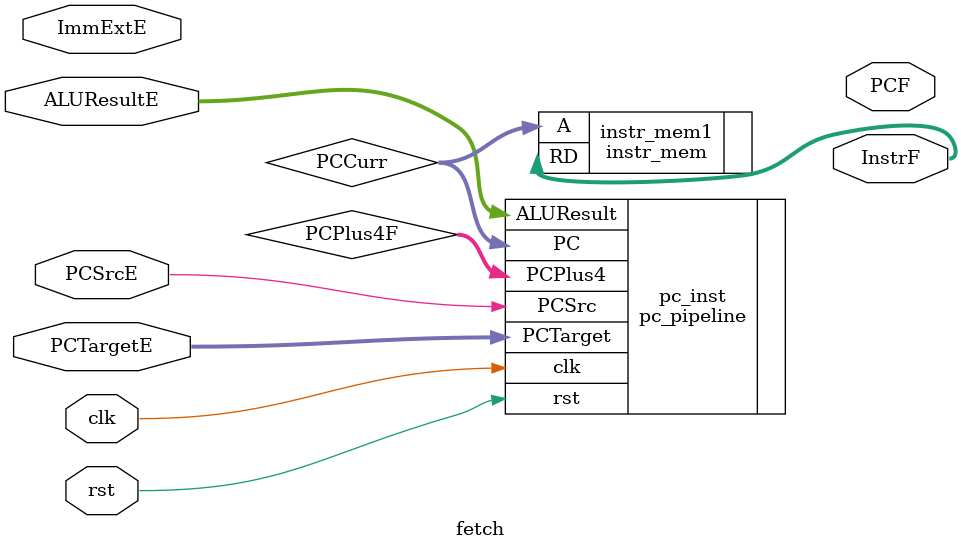
<source format=sv>
module fetch(

    input logic        clk,
    input logic        rst,
    input logic        PCSrcE,
    input logic [31:0] PCTargetE,
    input logic [31:0] ImmExtE,
    input logic [31:0] ALUResultE,


    output logic [31:0] InstrF,
    output logic [31:0] PCF

);


logic [31:0] PCCurr;
logic [31:0] PCPlus4F;
logic [31:0] PCFNext;

pc_pipeline pc_inst(

    .clk(clk),
    .rst(rst),
    .PCSrc(PCSrcE),
    .ALUResult(ALUResultE),
    .PCTarget(PCTargetE),
    .PCPlus4(PCPlus4F),
    .PC(PCCurr)

);


instr_mem instr_mem1(

    .A(PCCurr),

    .RD(InstrF)

);


endmodule

</source>
